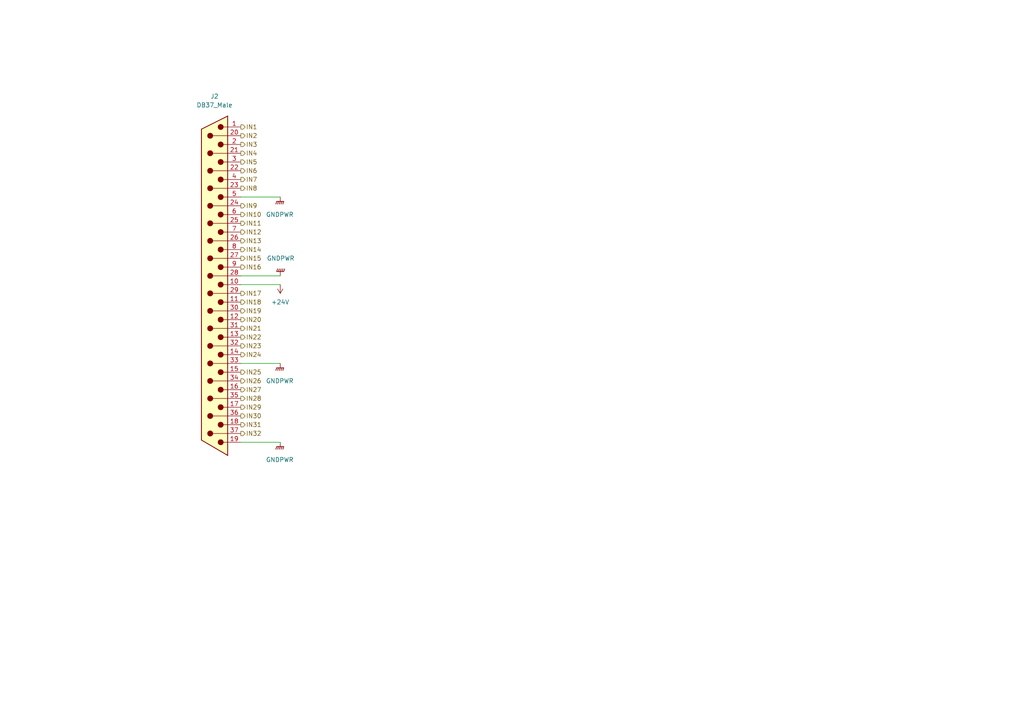
<source format=kicad_sch>
(kicad_sch (version 20211123) (generator eeschema)
  (paper "A4")
  (lib_symbols
    (symbol "Connector:DB37_Male" (pin_names (offset 1.016) hide)
      (property "Reference" "J" (at 0 50.8 0))
      (property "Value" "DB37_Male" (at 0 -50.8 0))
      (symbol "DB37_Male_0_1"
        (circle (center -1.778 -45.72) (radius 0.762) (fill (type outline)))
        (circle (center -1.778 -40.64) (radius 0.762) (fill (type outline)))
        (circle (center -1.778 -35.56) (radius 0.762) (fill (type outline)))
        (circle (center -1.778 -30.48) (radius 0.762) (fill (type outline)))
        (circle (center -1.778 -25.4) (radius 0.762) (fill (type outline)))
        (circle (center -1.778 -20.32) (radius 0.762) (fill (type outline)))
        (circle (center -1.778 -15.24) (radius 0.762) (fill (type outline)))
        (circle (center -1.778 -10.16) (radius 0.762) (fill (type outline)))
        (circle (center -1.778 -5.08) (radius 0.762) (fill (type outline)))
        (circle (center -1.778 0) (radius 0.762) (fill (type outline)))
        (circle (center -1.778 5.08) (radius 0.762) (fill (type outline)))
        (circle (center -1.778 10.16) (radius 0.762) (fill (type outline)))
        (circle (center -1.778 15.24) (radius 0.762) (fill (type outline)))
        (circle (center -1.778 20.32) (radius 0.762) (fill (type outline)))
        (circle (center -1.778 25.4) (radius 0.762) (fill (type outline)))
        (circle (center -1.778 30.48) (radius 0.762) (fill (type outline)))
        (circle (center -1.778 35.56) (radius 0.762) (fill (type outline)))
        (circle (center -1.778 40.64) (radius 0.762) (fill (type outline)))
        (circle (center -1.778 45.72) (radius 0.762) (fill (type outline)))
        (polyline (pts (xy -3.81 -45.72) (xy -2.54 -45.72)))
        (polyline (pts (xy -3.81 -43.18) (xy 0.508 -43.18)))
        (polyline (pts (xy -3.81 -40.64) (xy -2.54 -40.64)))
        (polyline (pts (xy -3.81 -38.1) (xy 0.508 -38.1)))
        (polyline (pts (xy -3.81 -35.56) (xy -2.54 -35.56)))
        (polyline (pts (xy -3.81 -33.02) (xy 0.508 -33.02)))
        (polyline (pts (xy -3.81 -30.48) (xy -2.54 -30.48)))
        (polyline (pts (xy -3.81 -27.94) (xy 0.508 -27.94)))
        (polyline (pts (xy -3.81 -25.4) (xy -2.54 -25.4)))
        (polyline (pts (xy -3.81 -22.86) (xy 0.508 -22.86)))
        (polyline (pts (xy -3.81 -20.32) (xy -2.54 -20.32)))
        (polyline (pts (xy -3.81 -17.78) (xy 0.508 -17.78)))
        (polyline (pts (xy -3.81 -15.24) (xy -2.54 -15.24)))
        (polyline (pts (xy -3.81 -12.7) (xy 0.508 -12.7)))
        (polyline (pts (xy -3.81 -10.16) (xy -2.54 -10.16)))
        (polyline (pts (xy -3.81 -7.62) (xy 0.508 -7.62)))
        (polyline (pts (xy -3.81 -5.08) (xy -2.54 -5.08)))
        (polyline (pts (xy -3.81 -2.54) (xy 0.508 -2.54)))
        (polyline (pts (xy -3.81 0) (xy -2.54 0)))
        (polyline (pts (xy -3.81 2.54) (xy 0.508 2.54)))
        (polyline (pts (xy -3.81 5.08) (xy -2.54 5.08)))
        (polyline (pts (xy -3.81 7.62) (xy 0.508 7.62)))
        (polyline (pts (xy -3.81 10.16) (xy -2.54 10.16)))
        (polyline (pts (xy -3.81 12.7) (xy 0.508 12.7)))
        (polyline (pts (xy -3.81 15.24) (xy -2.54 15.24)))
        (polyline (pts (xy -3.81 17.78) (xy 0.508 17.78)))
        (polyline (pts (xy -3.81 20.32) (xy -2.54 20.32)))
        (polyline (pts (xy -3.81 22.86) (xy 0.508 22.86)))
        (polyline (pts (xy -3.81 25.4) (xy -2.54 25.4)))
        (polyline (pts (xy -3.81 27.94) (xy 0.508 27.94)))
        (polyline (pts (xy -3.81 30.48) (xy -2.54 30.48)))
        (polyline (pts (xy -3.81 33.02) (xy 0.508 33.02)))
        (polyline (pts (xy -3.81 35.56) (xy -2.54 35.56)))
        (polyline (pts (xy -3.81 38.1) (xy 0.508 38.1)))
        (polyline (pts (xy -3.81 40.64) (xy -2.54 40.64)))
        (polyline (pts (xy -3.81 43.18) (xy 0.508 43.18)))
        (polyline (pts (xy -3.81 45.72) (xy -2.54 45.72)))
        (polyline (pts (xy -3.81 49.53) (xy 3.81 45.085) (xy 3.81 -45.085) (xy -3.81 -48.895) (xy -3.81 49.53)) (stroke (width 0.254)) (fill (type background)))
        (circle (center 1.27 -43.18) (radius 0.762) (fill (type outline)))
        (circle (center 1.27 -38.1) (radius 0.762) (fill (type outline)))
        (circle (center 1.27 -33.02) (radius 0.762) (fill (type outline)))
        (circle (center 1.27 -27.94) (radius 0.762) (fill (type outline)))
        (circle (center 1.27 -22.86) (radius 0.762) (fill (type outline)))
        (circle (center 1.27 -17.78) (radius 0.762) (fill (type outline)))
        (circle (center 1.27 -12.7) (radius 0.762) (fill (type outline)))
        (circle (center 1.27 -7.62) (radius 0.762) (fill (type outline)))
        (circle (center 1.27 -2.54) (radius 0.762) (fill (type outline)))
        (circle (center 1.27 2.54) (radius 0.762) (fill (type outline)))
        (circle (center 1.27 7.62) (radius 0.762) (fill (type outline)))
        (circle (center 1.27 12.7) (radius 0.762) (fill (type outline)))
        (circle (center 1.27 17.78) (radius 0.762) (fill (type outline)))
        (circle (center 1.27 22.86) (radius 0.762) (fill (type outline)))
        (circle (center 1.27 27.94) (radius 0.762) (fill (type outline)))
        (circle (center 1.27 33.02) (radius 0.762) (fill (type outline)))
        (circle (center 1.27 38.1) (radius 0.762) (fill (type outline)))
        (circle (center 1.27 43.18) (radius 0.762) (fill (type outline)))
      )
      (symbol "DB37_Male_1_1"
        (pin passive line (at -7.62 -45.72 0) (length 3.81) (name "1") (number "1"))
        (pin passive line (at -7.62 0 0) (length 3.81) (name "10") (number "10"))
        (pin passive line (at -7.62 5.08 0) (length 3.81) (name "11") (number "11"))
        (pin passive line (at -7.62 10.16 0) (length 3.81) (name "12") (number "12"))
        (pin passive line (at -7.62 15.24 0) (length 3.81) (name "13") (number "13"))
        (pin passive line (at -7.62 20.32 0) (length 3.81) (name "14") (number "14"))
        (pin passive line (at -7.62 25.4 0) (length 3.81) (name "15") (number "15"))
        (pin passive line (at -7.62 30.48 0) (length 3.81) (name "16") (number "16"))
        (pin passive line (at -7.62 35.56 0) (length 3.81) (name "17") (number "17"))
        (pin passive line (at -7.62 40.64 0) (length 3.81) (name "18") (number "18"))
        (pin passive line (at -7.62 45.72 0) (length 3.81) (name "19") (number "19"))
        (pin passive line (at -7.62 -40.64 0) (length 3.81) (name "2") (number "2"))
        (pin passive line (at -7.62 -43.18 0) (length 3.81) (name "20") (number "20"))
        (pin passive line (at -7.62 -38.1 0) (length 3.81) (name "21") (number "21"))
        (pin passive line (at -7.62 -33.02 0) (length 3.81) (name "22") (number "22"))
        (pin passive line (at -7.62 -27.94 0) (length 3.81) (name "23") (number "23"))
        (pin passive line (at -7.62 -22.86 0) (length 3.81) (name "24") (number "24"))
        (pin passive line (at -7.62 -17.78 0) (length 3.81) (name "25") (number "25"))
        (pin passive line (at -7.62 -12.7 0) (length 3.81) (name "26") (number "26"))
        (pin passive line (at -7.62 -7.62 0) (length 3.81) (name "27") (number "27"))
        (pin passive line (at -7.62 -2.54 0) (length 3.81) (name "28") (number "28"))
        (pin passive line (at -7.62 2.54 0) (length 3.81) (name "29") (number "29"))
        (pin passive line (at -7.62 -35.56 0) (length 3.81) (name "3") (number "3"))
        (pin passive line (at -7.62 7.62 0) (length 3.81) (name "30") (number "30"))
        (pin passive line (at -7.62 12.7 0) (length 3.81) (name "31") (number "31"))
        (pin passive line (at -7.62 17.78 0) (length 3.81) (name "32") (number "32"))
        (pin passive line (at -7.62 22.86 0) (length 3.81) (name "33") (number "33"))
        (pin passive line (at -7.62 27.94 0) (length 3.81) (name "34") (number "34"))
        (pin passive line (at -7.62 33.02 0) (length 3.81) (name "35") (number "35"))
        (pin passive line (at -7.62 38.1 0) (length 3.81) (name "36") (number "36"))
        (pin passive line (at -7.62 43.18 0) (length 3.81) (name "37") (number "37"))
        (pin passive line (at -7.62 -30.48 0) (length 3.81) (name "4") (number "4"))
        (pin passive line (at -7.62 -25.4 0) (length 3.81) (name "5") (number "5"))
        (pin passive line (at -7.62 -20.32 0) (length 3.81) (name "6") (number "6"))
        (pin passive line (at -7.62 -15.24 0) (length 3.81) (name "7") (number "7"))
        (pin passive line (at -7.62 -10.16 0) (length 3.81) (name "8") (number "8"))
        (pin passive line (at -7.62 -5.08 0) (length 3.81) (name "9") (number "9"))
      )
    )
    (symbol "power:+24V" (power) (pin_names (offset 0))
      (property "Value" "+24V" (at 0 3.556 0))
      (symbol "+24V_0_1"
        (polyline (pts (xy -0.762 1.27) (xy 0 2.54)))
        (polyline (pts (xy 0 0) (xy 0 2.54)))
        (polyline (pts (xy 0 2.54) (xy 0.762 1.27)))
      )
      (symbol "+24V_1_1"
        (pin power_in line (at 0 0 90) (length 0) hide (name "+24V") (number "1"))
      )
    )
    (symbol "power:GNDPWR" (power) (pin_names (offset 0))
      (property "Value" "GNDPWR" (at 0 -3.302 0))
      (symbol "GNDPWR_0_1"
        (polyline (pts (xy 0 -1.27) (xy 0 0)))
        (polyline (pts (xy -1.016 -1.27) (xy -1.27 -2.032) (xy -1.27 -2.032)) (stroke (width 0.2032)))
        (polyline (pts (xy -0.508 -1.27) (xy -0.762 -2.032) (xy -0.762 -2.032)) (stroke (width 0.2032)))
        (polyline (pts (xy 0 -1.27) (xy -0.254 -2.032) (xy -0.254 -2.032)) (stroke (width 0.2032)))
        (polyline (pts (xy 0.508 -1.27) (xy 0.254 -2.032) (xy 0.254 -2.032)) (stroke (width 0.2032)))
        (polyline (pts (xy 1.016 -1.27) (xy -1.016 -1.27) (xy -1.016 -1.27)) (stroke (width 0.2032)))
        (polyline (pts (xy 1.016 -1.27) (xy 0.762 -2.032) (xy 0.762 -2.032) (xy 0.762 -2.032)) (stroke (width 0.2032)))
      )
      (symbol "GNDPWR_1_1"
        (pin power_in line (at 0 0 270) (length 0) hide (name "GNDPWR") (number "1"))
      )
    )
  )
  (wire (pts (xy 69.85 128.27) (xy 81.28 128.27)))
  (wire (pts (xy 69.85 57.15) (xy 81.28 57.15)))
  (wire (pts (xy 69.85 105.41) (xy 81.28 105.41)))
  (wire (pts (xy 69.85 80.01) (xy 81.28 80.01)))
  (wire (pts (xy 69.85 82.55) (xy 81.28 82.55)))
  (hierarchical_label "IN12" (shape output) (at 69.85 67.31 0))
  (hierarchical_label "IN9" (shape output) (at 69.85 59.69 0))
  (hierarchical_label "IN3" (shape output) (at 69.85 41.91 0))
  (hierarchical_label "IN15" (shape output) (at 69.85 74.93 0))
  (hierarchical_label "IN30" (shape output) (at 69.85 120.65 0))
  (hierarchical_label "IN5" (shape output) (at 69.85 46.99 0))
  (hierarchical_label "IN10" (shape output) (at 69.85 62.23 0))
  (hierarchical_label "IN16" (shape output) (at 69.85 77.47 0))
  (hierarchical_label "IN20" (shape output) (at 69.85 92.71 0))
  (hierarchical_label "IN6" (shape output) (at 69.85 49.53 0))
  (hierarchical_label "IN25" (shape output) (at 69.85 107.95 0))
  (hierarchical_label "IN7" (shape output) (at 69.85 52.07 0))
  (hierarchical_label "IN17" (shape output) (at 69.85 85.09 0))
  (hierarchical_label "IN21" (shape output) (at 69.85 95.25 0))
  (hierarchical_label "IN23" (shape output) (at 69.85 100.33 0))
  (hierarchical_label "IN27" (shape output) (at 69.85 113.03 0))
  (hierarchical_label "IN13" (shape output) (at 69.85 69.85 0))
  (hierarchical_label "IN14" (shape output) (at 69.85 72.39 0))
  (hierarchical_label "IN1" (shape output) (at 69.85 36.83 0))
  (hierarchical_label "IN19" (shape output) (at 69.85 90.17 0))
  (hierarchical_label "IN8" (shape output) (at 69.85 54.61 0))
  (hierarchical_label "IN2" (shape output) (at 69.85 39.37 0))
  (hierarchical_label "IN4" (shape output) (at 69.85 44.45 0))
  (hierarchical_label "IN24" (shape output) (at 69.85 102.87 0))
  (hierarchical_label "IN32" (shape output) (at 69.85 125.73 0))
  (hierarchical_label "IN11" (shape output) (at 69.85 64.77 0))
  (hierarchical_label "IN18" (shape output) (at 69.85 87.63 0))
  (hierarchical_label "IN22" (shape output) (at 69.85 97.79 0))
  (hierarchical_label "IN31" (shape output) (at 69.85 123.19 0))
  (hierarchical_label "IN28" (shape output) (at 69.85 115.57 0))
  (hierarchical_label "IN26" (shape output) (at 69.85 110.49 0))
  (hierarchical_label "IN29" (shape output) (at 69.85 118.11 0))
  (symbol (lib_id "power:+24V") (at 81.28 82.55 180) (unit 1)
    (property "Reference" "#PWR042" (effects hide))
    (property "Value" "+24V" (at 81.28 87.63 0))
  )
  (symbol (lib_id "power:GNDPWR") (at 81.28 105.41 0) (unit 1)
    (property "Reference" "#PWR043" (effects hide))
    (property "Value" "GNDPWR" (at 81.153 110.49 0))
  )
  (symbol (lib_id "Connector:DB37_Male") (at 62.23 82.55 180) (unit 1)
    (property "Reference" "J2" (at 62.23 27.94 0))
    (property "Value" "DB37_Male" (at 62.23 30.48 0))
    (property "Footprint" "Connector_Dsub:DSUB-37_Male_Horizontal_P2.77x2.54mm_EdgePinOffset9.40mm" (effects hide))
    (property "Datasheet" " ~" (effects hide))
  )
  (symbol (lib_id "power:GNDPWR") (at 81.28 57.15 0) (unit 1)
    (property "Reference" "#PWR040" (effects hide))
    (property "Value" "GNDPWR" (at 81.153 62.23 0))
  )
  (symbol (lib_id "power:GNDPWR") (at 81.28 128.27 0) (unit 1)
    (property "Reference" "#PWR044" (effects hide))
    (property "Value" "GNDPWR" (at 81.153 133.35 0))
  )
  (symbol (lib_id "power:GNDPWR") (at 81.28 80.01 180) (unit 1)
    (property "Reference" "#PWR041" (effects hide))
    (property "Value" "GNDPWR" (at 81.407 74.93 0))
  )
)
</source>
